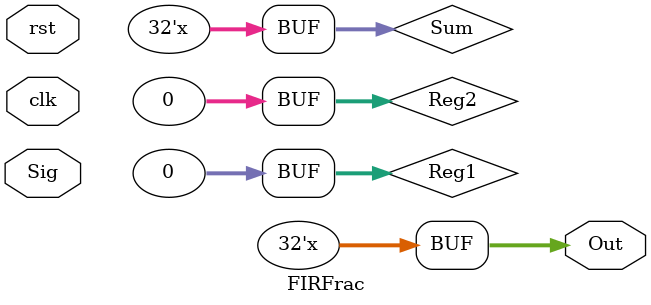
<source format=v>
`timescale 1ns / 1ps


module FIRFrac(
    input [31:0] Sig,
    input clk,
    input  rst,
    output reg [31:0] Out
    );
    parameter Order =3;
    reg signed [31:0] Coff [0:Order-1];
    
    reg signed [63:0] tempProd;
    reg signed [63:0] tempProd1;
    reg signed [63:0] tempProd2;
   reg signed [31:0] Reg1;
   reg signed [31:0] Reg2;
   reg signed [31:0] Sum;
    
    initial begin
    
    
        Reg1 =0;
        Reg2 = 0;
        Sum = 0;
        Coff[0] = 16777216.00;		
        Coff[1] = -11601444.86;
        Coff[2] = -1078774.99;
    end
    
    always @(clk)
    begin
        tempProd    <= Sig*Coff[0];
        tempProd1   <=Reg1*Coff[1];
        tempProd2   <=Reg2*Coff[2];
        Sum         <= tempProd[55:24]+tempProd1[55:24]+tempProd2[55:24];
        Out         <= Sum;
    end
    
    
endmodule

</source>
